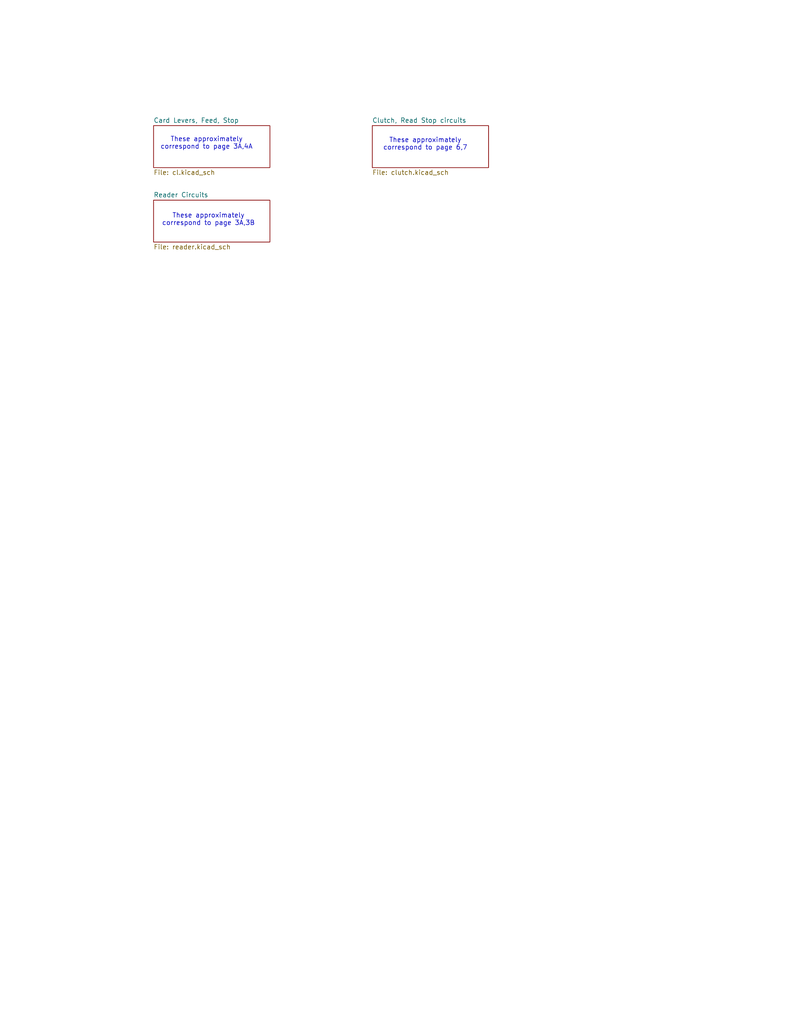
<source format=kicad_sch>
(kicad_sch
	(version 20231120)
	(generator "eeschema")
	(generator_version "8.0")
	(uuid "f0105c73-ef22-447c-b397-7ab9470c412b")
	(paper "USLetter" portrait)
	(title_block
		(title "IBM 1402 schematics - index")
		(date "2024-02-28")
		(rev "0.2")
		(company "Ken Shirriff")
	)
	(lib_symbols)
	(text "These approximately\ncorrespond to page 6,7\n"
		(exclude_from_sim no)
		(at 116.078 39.37 0)
		(effects
			(font
				(size 1.27 1.27)
			)
		)
		(uuid "3da0720d-3cfa-479e-8849-0877bb9ee868")
	)
	(text "These approximately\ncorrespond to page 3A,4A\n"
		(exclude_from_sim no)
		(at 56.388 39.116 0)
		(effects
			(font
				(size 1.27 1.27)
			)
		)
		(uuid "81ef576f-5d3f-40ad-9c8b-4a280fe9ba2c")
	)
	(text "These approximately\ncorrespond to page 3A,3B"
		(exclude_from_sim no)
		(at 56.896 59.944 0)
		(effects
			(font
				(size 1.27 1.27)
			)
		)
		(uuid "c9f4b9e7-d048-4f3a-b29c-493d8a4144b0")
	)
	(sheet
		(at 101.6 34.29)
		(size 31.75 11.43)
		(fields_autoplaced yes)
		(stroke
			(width 0.1524)
			(type solid)
		)
		(fill
			(color 0 0 0 0.0000)
		)
		(uuid "2d990013-907d-40ac-9719-0397197f9a01")
		(property "Sheetname" "Clutch, Read Stop circuits"
			(at 101.6 33.5784 0)
			(effects
				(font
					(size 1.27 1.27)
				)
				(justify left bottom)
			)
		)
		(property "Sheetfile" "clutch.kicad_sch"
			(at 101.6 46.3046 0)
			(effects
				(font
					(size 1.27 1.27)
				)
				(justify left top)
			)
		)
		(instances
			(project "1402-schematics"
				(path "/f0105c73-ef22-447c-b397-7ab9470c412b"
					(page "3")
				)
			)
		)
	)
	(sheet
		(at 41.91 54.61)
		(size 31.75 11.43)
		(fields_autoplaced yes)
		(stroke
			(width 0.1524)
			(type solid)
		)
		(fill
			(color 0 0 0 0.0000)
		)
		(uuid "8d008fff-6948-4de5-ad8e-92451d52b261")
		(property "Sheetname" "Reader Circuits"
			(at 41.91 53.8984 0)
			(effects
				(font
					(size 1.27 1.27)
				)
				(justify left bottom)
			)
		)
		(property "Sheetfile" "reader.kicad_sch"
			(at 41.91 66.6246 0)
			(effects
				(font
					(size 1.27 1.27)
				)
				(justify left top)
			)
		)
		(instances
			(project "1402-schematics"
				(path "/f0105c73-ef22-447c-b397-7ab9470c412b"
					(page "1")
				)
			)
		)
	)
	(sheet
		(at 41.91 34.29)
		(size 31.75 11.43)
		(fields_autoplaced yes)
		(stroke
			(width 0.1524)
			(type solid)
		)
		(fill
			(color 0 0 0 0.0000)
		)
		(uuid "911842aa-f39f-43fb-849f-6e1360ea422f")
		(property "Sheetname" "Card Levers, Feed, Stop"
			(at 41.91 33.5784 0)
			(effects
				(font
					(size 1.27 1.27)
				)
				(justify left bottom)
			)
		)
		(property "Sheetfile" "cl.kicad_sch"
			(at 41.91 46.3046 0)
			(effects
				(font
					(size 1.27 1.27)
				)
				(justify left top)
			)
		)
		(instances
			(project "1402-schematics"
				(path "/f0105c73-ef22-447c-b397-7ab9470c412b"
					(page "2")
				)
			)
		)
	)
	(sheet_instances
		(path "/"
			(page "4")
		)
	)
)
</source>
